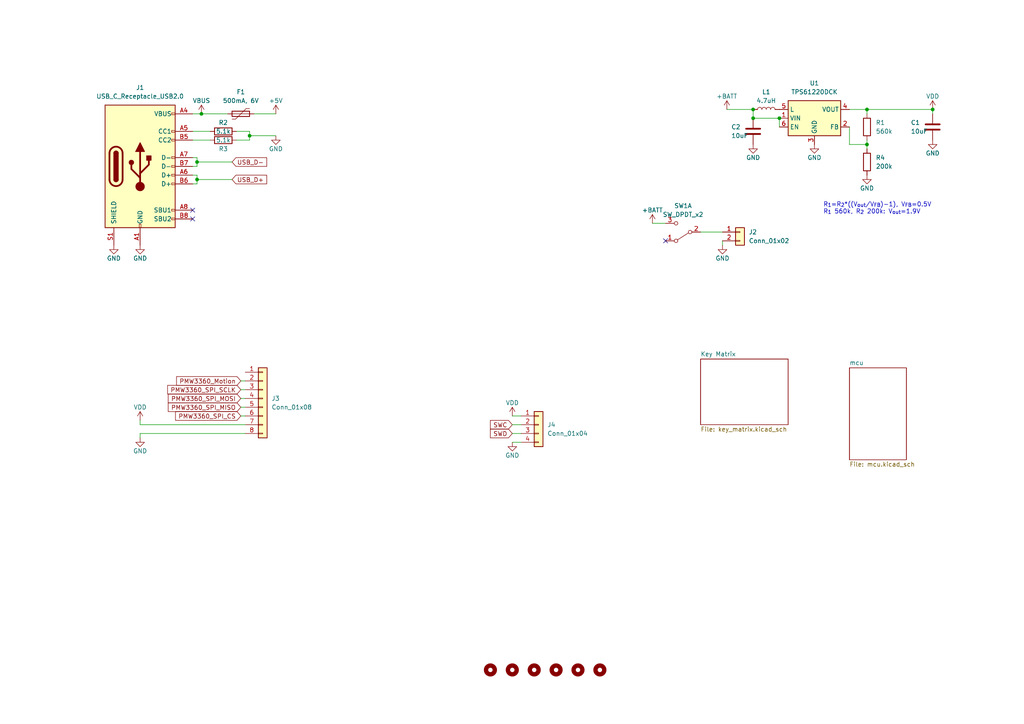
<source format=kicad_sch>
(kicad_sch (version 20230121) (generator eeschema)
  (paper "A4")
  (title_block (title "ErgoSNM Keyboard - Right") (rev "3.0") (company "SideraKB") (comment 1 "MIT License (Open source hardware)") (comment 2 "https://github.com/ziteh/ergo-snm-keyboard"))
  (lib_symbols
    (symbol "Connector:USB_C_Receptacle_USB2.0" (pin_names (offset 1.016))
      (property "Reference" "J" (at -10.16 19.05 0))
      (property "Value" "USB_C_Receptacle_USB2.0" (at 19.05 19.05 0))
      (symbol "USB_C_Receptacle_USB2.0_0_0"
        (rectangle (start -0.254 -17.78) (end 0.254 -16.764))
        (rectangle (start 10.16 -14.986) (end 9.144 -15.494))
        (rectangle (start 10.16 -12.446) (end 9.144 -12.954))
        (rectangle (start 10.16 -4.826) (end 9.144 -5.334))
        (rectangle (start 10.16 -2.286) (end 9.144 -2.794))
        (rectangle (start 10.16 0.254) (end 9.144 -0.254))
        (rectangle (start 10.16 2.794) (end 9.144 2.286))
        (rectangle (start 10.16 7.874) (end 9.144 7.366))
        (rectangle (start 10.16 10.414) (end 9.144 9.906))
        (rectangle (start 10.16 15.494) (end 9.144 14.986))
      )
      (symbol "USB_C_Receptacle_USB2.0_0_1"
        (rectangle (start -10.16 17.78) (end 10.16 -17.78) (stroke (width 0.254)) (fill (type background)))
        (arc (start -8.89 -3.81) (mid -6.985 -5.7067) (end -5.08 -3.81) (stroke (width 0.508)))
        (arc (start -7.62 -3.81) (mid -6.985 -4.4423) (end -6.35 -3.81) (stroke (width 0.254)))
        (arc (start -7.62 -3.81) (mid -6.985 -4.4423) (end -6.35 -3.81) (stroke (width 0.254)) (fill (type outline)))
        (rectangle (start -7.62 -3.81) (end -6.35 3.81) (stroke (width 0.254)) (fill (type outline)))
        (arc (start -6.35 3.81) (mid -6.985 4.4423) (end -7.62 3.81) (stroke (width 0.254)))
        (arc (start -6.35 3.81) (mid -6.985 4.4423) (end -7.62 3.81) (stroke (width 0.254)) (fill (type outline)))
        (arc (start -5.08 3.81) (mid -6.985 5.7067) (end -8.89 3.81) (stroke (width 0.508)))
        (circle (center -2.54 1.143) (radius 0.635) (stroke (width 0.254)) (fill (type outline)))
        (circle (center 0 -5.842) (radius 1.27) (fill (type outline)))
        (polyline (pts (xy -8.89 -3.81) (xy -8.89 3.81)) (stroke (width 0.508)))
        (polyline (pts (xy -5.08 3.81) (xy -5.08 -3.81)) (stroke (width 0.508)))
        (polyline (pts (xy 0 -5.842) (xy 0 4.318)) (stroke (width 0.508)))
        (polyline (pts (xy 0 -3.302) (xy -2.54 -0.762) (xy -2.54 0.508)) (stroke (width 0.508)))
        (polyline (pts (xy 0 -2.032) (xy 2.54 0.508) (xy 2.54 1.778)) (stroke (width 0.508)))
        (polyline (pts (xy -1.27 4.318) (xy 0 6.858) (xy 1.27 4.318) (xy -1.27 4.318)) (stroke (width 0.254)) (fill (type outline)))
        (rectangle (start 1.905 1.778) (end 3.175 3.048) (stroke (width 0.254)) (fill (type outline)))
      )
      (symbol "USB_C_Receptacle_USB2.0_1_1"
        (pin passive line (at 0 -22.86 90) (length 5.08) (name "GND") (number "A1"))
        (pin passive line (at 0 -22.86 90) (length 5.08) hide (name "GND") (number "A12"))
        (pin passive line (at 15.24 15.24 180) (length 5.08) (name "VBUS") (number "A4"))
        (pin bidirectional line (at 15.24 10.16 180) (length 5.08) (name "CC1") (number "A5"))
        (pin bidirectional line (at 15.24 -2.54 180) (length 5.08) (name "D+") (number "A6"))
        (pin bidirectional line (at 15.24 2.54 180) (length 5.08) (name "D-") (number "A7"))
        (pin bidirectional line (at 15.24 -12.7 180) (length 5.08) (name "SBU1") (number "A8"))
        (pin passive line (at 15.24 15.24 180) (length 5.08) hide (name "VBUS") (number "A9"))
        (pin passive line (at 0 -22.86 90) (length 5.08) hide (name "GND") (number "B1"))
        (pin passive line (at 0 -22.86 90) (length 5.08) hide (name "GND") (number "B12"))
        (pin passive line (at 15.24 15.24 180) (length 5.08) hide (name "VBUS") (number "B4"))
        (pin bidirectional line (at 15.24 7.62 180) (length 5.08) (name "CC2") (number "B5"))
        (pin bidirectional line (at 15.24 -5.08 180) (length 5.08) (name "D+") (number "B6"))
        (pin bidirectional line (at 15.24 0 180) (length 5.08) (name "D-") (number "B7"))
        (pin bidirectional line (at 15.24 -15.24 180) (length 5.08) (name "SBU2") (number "B8"))
        (pin passive line (at 15.24 15.24 180) (length 5.08) hide (name "VBUS") (number "B9"))
        (pin passive line (at -7.62 -22.86 90) (length 5.08) (name "SHIELD") (number "S1"))
      )
    )
    (symbol "Connector_Generic:Conn_01x02" (pin_names (offset 1.016) hide)
      (property "Reference" "J" (at 0 2.54 0))
      (property "Value" "Conn_01x02" (at 0 -5.08 0))
      (symbol "Conn_01x02_1_1"
        (rectangle (start -1.27 -2.413) (end 0 -2.667) (stroke (width 0.1524)))
        (rectangle (start -1.27 0.127) (end 0 -0.127) (stroke (width 0.1524)))
        (rectangle (start -1.27 1.27) (end 1.27 -3.81) (stroke (width 0.254)) (fill (type background)))
        (pin passive line (at -5.08 0 0) (length 3.81) (name "Pin_1") (number "1"))
        (pin passive line (at -5.08 -2.54 0) (length 3.81) (name "Pin_2") (number "2"))
      )
    )
    (symbol "Connector_Generic:Conn_01x04" (pin_names (offset 1.016) hide)
      (property "Reference" "J" (at 0 5.08 0))
      (property "Value" "Conn_01x04" (at 0 -7.62 0))
      (symbol "Conn_01x04_1_1"
        (rectangle (start -1.27 -4.953) (end 0 -5.207) (stroke (width 0.1524)))
        (rectangle (start -1.27 -2.413) (end 0 -2.667) (stroke (width 0.1524)))
        (rectangle (start -1.27 0.127) (end 0 -0.127) (stroke (width 0.1524)))
        (rectangle (start -1.27 2.667) (end 0 2.413) (stroke (width 0.1524)))
        (rectangle (start -1.27 3.81) (end 1.27 -6.35) (stroke (width 0.254)) (fill (type background)))
        (pin passive line (at -5.08 2.54 0) (length 3.81) (name "Pin_1") (number "1"))
        (pin passive line (at -5.08 0 0) (length 3.81) (name "Pin_2") (number "2"))
        (pin passive line (at -5.08 -2.54 0) (length 3.81) (name "Pin_3") (number "3"))
        (pin passive line (at -5.08 -5.08 0) (length 3.81) (name "Pin_4") (number "4"))
      )
    )
    (symbol "Connector_Generic:Conn_01x08" (pin_names (offset 1.016) hide)
      (property "Reference" "J" (at 0 10.16 0))
      (property "Value" "Conn_01x08" (at 0 -12.7 0))
      (symbol "Conn_01x08_1_1"
        (rectangle (start -1.27 -10.033) (end 0 -10.287) (stroke (width 0.1524)))
        (rectangle (start -1.27 -7.493) (end 0 -7.747) (stroke (width 0.1524)))
        (rectangle (start -1.27 -4.953) (end 0 -5.207) (stroke (width 0.1524)))
        (rectangle (start -1.27 -2.413) (end 0 -2.667) (stroke (width 0.1524)))
        (rectangle (start -1.27 0.127) (end 0 -0.127) (stroke (width 0.1524)))
        (rectangle (start -1.27 2.667) (end 0 2.413) (stroke (width 0.1524)))
        (rectangle (start -1.27 5.207) (end 0 4.953) (stroke (width 0.1524)))
        (rectangle (start -1.27 7.747) (end 0 7.493) (stroke (width 0.1524)))
        (rectangle (start -1.27 8.89) (end 1.27 -11.43) (stroke (width 0.254)) (fill (type background)))
        (pin passive line (at -5.08 7.62 0) (length 3.81) (name "Pin_1") (number "1"))
        (pin passive line (at -5.08 5.08 0) (length 3.81) (name "Pin_2") (number "2"))
        (pin passive line (at -5.08 2.54 0) (length 3.81) (name "Pin_3") (number "3"))
        (pin passive line (at -5.08 0 0) (length 3.81) (name "Pin_4") (number "4"))
        (pin passive line (at -5.08 -2.54 0) (length 3.81) (name "Pin_5") (number "5"))
        (pin passive line (at -5.08 -5.08 0) (length 3.81) (name "Pin_6") (number "6"))
        (pin passive line (at -5.08 -7.62 0) (length 3.81) (name "Pin_7") (number "7"))
        (pin passive line (at -5.08 -10.16 0) (length 3.81) (name "Pin_8") (number "8"))
      )
    )
    (symbol "Device:C" (pin_numbers hide) (pin_names (offset 0.254))
      (property "Reference" "C" (at 0.635 2.54 0))
      (property "Value" "C" (at 0.635 -2.54 0))
      (symbol "C_0_1"
        (polyline (pts (xy -2.032 -0.762) (xy 2.032 -0.762)) (stroke (width 0.508)))
        (polyline (pts (xy -2.032 0.762) (xy 2.032 0.762)) (stroke (width 0.508)))
      )
      (symbol "C_1_1"
        (pin passive line (at 0 3.81 270) (length 2.794) (name "~") (number "1"))
        (pin passive line (at 0 -3.81 90) (length 2.794) (name "~") (number "2"))
      )
    )
    (symbol "Device:L" (pin_numbers hide) (pin_names (offset 1.016) hide)
      (property "Reference" "L" (at -1.27 0 90))
      (property "Value" "L" (at 1.905 0 90))
      (symbol "L_0_1"
        (arc (start 0 -2.54) (mid 0.6323 -1.905) (end 0 -1.27))
        (arc (start 0 -1.27) (mid 0.6323 -0.635) (end 0 0))
        (arc (start 0 0) (mid 0.6323 0.635) (end 0 1.27))
        (arc (start 0 1.27) (mid 0.6323 1.905) (end 0 2.54))
      )
      (symbol "L_1_1"
        (pin passive line (at 0 3.81 270) (length 1.27) (name "1") (number "1"))
        (pin passive line (at 0 -3.81 90) (length 1.27) (name "2") (number "2"))
      )
    )
    (symbol "Device:Polyfuse" (pin_numbers hide) (pin_names (offset 0))
      (property "Reference" "F" (at -2.54 0 90))
      (property "Value" "Polyfuse" (at 2.54 0 90))
      (symbol "Polyfuse_0_1"
        (rectangle (start -0.762 2.54) (end 0.762 -2.54) (stroke (width 0.254)))
        (polyline (pts (xy 0 2.54) (xy 0 -2.54)))
        (polyline (pts (xy -1.524 2.54) (xy -1.524 1.524) (xy 1.524 -1.524) (xy 1.524 -2.54)))
      )
      (symbol "Polyfuse_1_1"
        (pin passive line (at 0 3.81 270) (length 1.27) (name "~") (number "1"))
        (pin passive line (at 0 -3.81 90) (length 1.27) (name "~") (number "2"))
      )
    )
    (symbol "Device:R" (pin_numbers hide) (pin_names (offset 0))
      (property "Reference" "R" (at 2.032 0 90))
      (property "Value" "R" (at 0 0 90))
      (symbol "R_0_1"
        (rectangle (start -1.016 -2.54) (end 1.016 2.54) (stroke (width 0.254)))
      )
      (symbol "R_1_1"
        (pin passive line (at 0 3.81 270) (length 1.27) (name "~") (number "1"))
        (pin passive line (at 0 -3.81 90) (length 1.27) (name "~") (number "2"))
      )
    )
    (symbol "Mechanical:MountingHole" (pin_names (offset 1.016))
      (property "Reference" "H" (at 0 5.08 0))
      (property "Value" "MountingHole" (at 0 3.175 0))
      (symbol "MountingHole_0_1"
        (circle (center 0 0) (radius 1.27) (stroke (width 1.27)))
      )
    )
    (symbol "Regulator_Switching:TPS61220DCK"
      (property "Reference" "U" (at -7.62 6.35 0))
      (property "Value" "TPS61220DCK" (at 2.54 6.35 0))
      (symbol "TPS61220DCK_0_1"
        (rectangle (start -7.62 5.08) (end 7.62 -5.08) (stroke (width 0.254)) (fill (type background)))
      )
      (symbol "TPS61220DCK_1_1"
        (pin power_in line (at -10.16 0 0) (length 2.54) (name "VIN") (number "1"))
        (pin input line (at 10.16 -2.54 180) (length 2.54) (name "FB") (number "2"))
        (pin power_in line (at 0 -7.62 90) (length 2.54) (name "GND") (number "3"))
        (pin power_out line (at 10.16 2.54 180) (length 2.54) (name "VOUT") (number "4"))
        (pin power_in line (at -10.16 2.54 0) (length 2.54) (name "L") (number "5"))
        (pin input line (at -10.16 -2.54 0) (length 2.54) (name "EN") (number "6"))
      )
    )
    (symbol "Switch:SW_DPDT_x2" (pin_names (offset 0) hide)
      (property "Reference" "SW" (at 0 4.318 0))
      (property "Value" "SW_DPDT_x2" (at 0 -5.08 0))
      (symbol "SW_DPDT_x2_0_0"
        (circle (center -2.032 0) (radius 0.508))
        (circle (center 2.032 -2.54) (radius 0.508))
      )
      (symbol "SW_DPDT_x2_0_1"
        (polyline (pts (xy -1.524 0.254) (xy 1.651 2.286)))
        (circle (center 2.032 2.54) (radius 0.508))
      )
      (symbol "SW_DPDT_x2_1_1"
        (pin passive line (at 5.08 2.54 180) (length 2.54) (name "A") (number "1"))
        (pin passive line (at -5.08 0 0) (length 2.54) (name "B") (number "2"))
        (pin passive line (at 5.08 -2.54 180) (length 2.54) (name "C") (number "3"))
      )
      (symbol "SW_DPDT_x2_2_1"
        (pin passive line (at 5.08 2.54 180) (length 2.54) (name "A") (number "4"))
        (pin passive line (at -5.08 0 0) (length 2.54) (name "B") (number "5"))
        (pin passive line (at 5.08 -2.54 180) (length 2.54) (name "C") (number "6"))
      )
    )
    (symbol "power:+5V" (power) (pin_names (offset 0))
      (property "Value" "+5V" (at 0 3.556 0))
      (symbol "+5V_0_1"
        (polyline (pts (xy -0.762 1.27) (xy 0 2.54)))
        (polyline (pts (xy 0 0) (xy 0 2.54)))
        (polyline (pts (xy 0 2.54) (xy 0.762 1.27)))
      )
      (symbol "+5V_1_1"
        (pin power_in line (at 0 0 90) (length 0) hide (name "+5V") (number "1"))
      )
    )
    (symbol "power:+BATT" (power) (pin_names (offset 0))
      (property "Value" "+BATT" (at 0 3.556 0))
      (symbol "+BATT_0_1"
        (polyline (pts (xy -0.762 1.27) (xy 0 2.54)))
        (polyline (pts (xy 0 0) (xy 0 2.54)))
        (polyline (pts (xy 0 2.54) (xy 0.762 1.27)))
      )
      (symbol "+BATT_1_1"
        (pin power_in line (at 0 0 90) (length 0) hide (name "+BATT") (number "1"))
      )
    )
    (symbol "power:GND" (power) (pin_names (offset 0))
      (property "Value" "GND" (at 0 -3.81 0))
      (symbol "GND_0_1"
        (polyline (pts (xy 0 0) (xy 0 -1.27) (xy 1.27 -1.27) (xy 0 -2.54) (xy -1.27 -1.27) (xy 0 -1.27)))
      )
      (symbol "GND_1_1"
        (pin power_in line (at 0 0 270) (length 0) hide (name "GND") (number "1"))
      )
    )
    (symbol "power:VBUS" (power) (pin_names (offset 0))
      (property "Value" "VBUS" (at 0 3.81 0))
      (symbol "VBUS_0_1"
        (polyline (pts (xy -0.762 1.27) (xy 0 2.54)))
        (polyline (pts (xy 0 0) (xy 0 2.54)))
        (polyline (pts (xy 0 2.54) (xy 0.762 1.27)))
      )
      (symbol "VBUS_1_1"
        (pin power_in line (at 0 0 90) (length 0) hide (name "VBUS") (number "1"))
      )
    )
    (symbol "power:VDD" (power) (pin_names (offset 0))
      (property "Value" "VDD" (at 0 3.81 0))
      (symbol "VDD_0_1"
        (polyline (pts (xy -0.762 1.27) (xy 0 2.54)))
        (polyline (pts (xy 0 0) (xy 0 2.54)))
        (polyline (pts (xy 0 2.54) (xy 0.762 1.27)))
      )
      (symbol "VDD_1_1"
        (pin power_in line (at 0 0 90) (length 0) hide (name "VDD") (number "1"))
      )
    )
  )
  (junction (at 58.42 33.02))
  (junction (at 251.46 31.75))
  (junction (at 226.06 34.29))
  (junction (at 57.15 52.07))
  (junction (at 72.39 39.37))
  (junction (at 57.15 46.99))
  (junction (at 218.44 31.75))
  (junction (at 251.46 41.91))
  (junction (at 270.51 31.75))
  (junction (at 218.44 34.29))
  (no_connect (at 193.04 69.85))
  (no_connect (at 55.88 60.96))
  (no_connect (at 55.88 63.5))
  (wire (pts (xy 226.06 34.29) (xy 226.06 36.83)))
  (wire (pts (xy 218.44 31.75) (xy 218.44 34.29)))
  (wire (pts (xy 210.82 31.75) (xy 218.44 31.75)))
  (wire (pts (xy 55.88 53.34) (xy 57.15 53.34)))
  (wire (pts (xy 246.38 41.91) (xy 251.46 41.91)))
  (wire (pts (xy 71.12 113.03) (xy 69.85 113.03)))
  (wire (pts (xy 270.51 31.75) (xy 251.46 31.75)))
  (wire (pts (xy 148.59 128.27) (xy 151.13 128.27)))
  (wire (pts (xy 72.39 38.1) (xy 72.39 39.37)))
  (wire (pts (xy 57.15 46.99) (xy 57.15 48.26)))
  (wire (pts (xy 72.39 40.64) (xy 68.58 40.64)))
  (wire (pts (xy 66.04 33.02) (xy 58.42 33.02)))
  (wire (pts (xy 72.39 39.37) (xy 72.39 40.64)))
  (wire (pts (xy 55.88 50.8) (xy 57.15 50.8)))
  (wire (pts (xy 71.12 120.65) (xy 69.85 120.65)))
  (wire (pts (xy 203.2 67.31) (xy 209.55 67.31)))
  (wire (pts (xy 218.44 34.29) (xy 226.06 34.29)))
  (wire (pts (xy 55.88 33.02) (xy 58.42 33.02)))
  (wire (pts (xy 270.51 33.02) (xy 270.51 31.75)))
  (wire (pts (xy 72.39 38.1) (xy 68.58 38.1)))
  (wire (pts (xy 57.15 50.8) (xy 57.15 52.07)))
  (wire (pts (xy 40.64 125.73) (xy 71.12 125.73)))
  (wire (pts (xy 57.15 48.26) (xy 55.88 48.26)))
  (wire (pts (xy 193.04 64.77) (xy 189.23 64.77)))
  (wire (pts (xy 246.38 31.75) (xy 251.46 31.75)))
  (wire (pts (xy 57.15 52.07) (xy 57.15 53.34)))
  (wire (pts (xy 69.85 110.49) (xy 71.12 110.49)))
  (wire (pts (xy 251.46 41.91) (xy 251.46 40.64)))
  (wire (pts (xy 71.12 115.57) (xy 69.85 115.57)))
  (wire (pts (xy 148.59 125.73) (xy 151.13 125.73)))
  (wire (pts (xy 40.64 121.92) (xy 40.64 123.19)))
  (wire (pts (xy 71.12 118.11) (xy 69.85 118.11)))
  (wire (pts (xy 251.46 43.18) (xy 251.46 41.91)))
  (wire (pts (xy 246.38 41.91) (xy 246.38 36.83)))
  (wire (pts (xy 60.96 38.1) (xy 55.88 38.1)))
  (wire (pts (xy 148.59 123.19) (xy 151.13 123.19)))
  (wire (pts (xy 251.46 33.02) (xy 251.46 31.75)))
  (wire (pts (xy 55.88 40.64) (xy 60.96 40.64)))
  (wire (pts (xy 57.15 52.07) (xy 67.31 52.07)))
  (wire (pts (xy 40.64 127) (xy 40.64 125.73)))
  (wire (pts (xy 57.15 46.99) (xy 67.31 46.99)))
  (wire (pts (xy 40.64 123.19) (xy 71.12 123.19)))
  (wire (pts (xy 209.55 69.85) (xy 209.55 71.12)))
  (wire (pts (xy 80.01 33.02) (xy 73.66 33.02)))
  (wire (pts (xy 55.88 45.72) (xy 57.15 45.72)))
  (wire (pts (xy 72.39 39.37) (xy 80.01 39.37)))
  (wire (pts (xy 57.15 45.72) (xy 57.15 46.99)))
  (wire (pts (xy 148.59 120.65) (xy 151.13 120.65)))
  (text "R_{1}=R_{2}*((V_{out}/V_{FB})-1), V_{FB}=0.5V\nR_{1} 560k, R_{2} 200k: V_{out}=1.9V" (at 238.76 62.23 0) (effects (font (size 1.27 1.27)) (justify left bottom)))
  (global_label "PMW3360_SPI_SCLK" (shape input) (at 69.85 113.03 180) (property "Intersheetrefs" "${INTERSHEET_REFS}" (effects hide)))
  (global_label "PMW3360_SPI_MOSI" (shape input) (at 69.85 115.57 180) (property "Intersheetrefs" "${INTERSHEET_REFS}" (effects hide)))
  (global_label "SWC" (shape input) (at 148.59 123.19 180) (property "Intersheetrefs" "${INTERSHEET_REFS}" (effects hide)))
  (global_label "USB_D+" (shape input) (at 67.31 52.07 0) (property "Intersheetrefs" "${INTERSHEET_REFS}" (effects hide)))
  (global_label "PMW3360_Motion" (shape input) (at 69.85 110.49 180) (property "Intersheetrefs" "${INTERSHEET_REFS}" (effects hide)))
  (global_label "PMW3360_SPI_MISO" (shape input) (at 69.85 118.11 180) (property "Intersheetrefs" "${INTERSHEET_REFS}" (effects hide)))
  (global_label "PMW3360_SPI_CS" (shape input) (at 69.85 120.65 180) (property "Intersheetrefs" "${INTERSHEET_REFS}" (effects hide)))
  (global_label "SWD" (shape input) (at 148.59 125.73 180) (property "Intersheetrefs" "${INTERSHEET_REFS}" (effects hide)))
  (global_label "USB_D-" (shape input) (at 67.31 46.99 0) (property "Intersheetrefs" "${INTERSHEET_REFS}" (effects hide)))
  (symbol (lib_id "Switch:SW_DPDT_x2") (at 198.12 67.31 180) (unit 1)
    (property "Reference" "SW1" (at 198.12 59.69 0))
    (property "Value" "SW_DPDT_x2" (at 198.12 62.23 0))
    (property "Footprint" "ErgoSNM_Keyboard:MSKT-22D14-T" (effects hide))
  )
  (symbol (lib_id "Device:R") (at 64.77 38.1 90) (unit 1)
    (property "Reference" "R2" (at 64.77 35.56 90))
    (property "Value" "5.1k" (at 64.77 38.1 90))
    (property "Footprint" "Resistor_SMD:R_0603_1608Metric" (effects hide))
    (property "MFR. Part #" "0402WGF5101TCE" (effects hide))
    (property "LCSC" "C25905" (effects hide))
  )
  (symbol (lib_id "power:VDD") (at 40.64 121.92 0) (unit 1)
    (property "Reference" "#PWR015" (effects hide))
    (property "Value" "VDD" (at 40.64 118.11 0))
  )
  (symbol (lib_id "Mechanical:MountingHole") (at 161.29 194.31 0) (unit 1) (in_bom no)
    (property "Reference" "H4" (effects hide))
    (property "Value" "MountingHole" (effects hide))
    (property "Footprint" "MountingHole:MountingHole_2.2mm_M2" (effects hide))
  )
  (symbol (lib_id "power:VBUS") (at 58.42 33.02 0) (unit 1)
    (property "Reference" "#PWR03" (effects hide))
    (property "Value" "VBUS" (at 58.42 29.21 0))
  )
  (symbol (lib_id "Regulator_Switching:TPS61220DCK") (at 236.22 34.29 0) (unit 1)
    (property "Reference" "U1" (at 236.22 24.13 0))
    (property "Value" "TPS61220DCK" (at 236.22 26.67 0))
    (property "Footprint" "Package_TO_SOT_SMD:Texas_R-PDSO-G6" (effects hide))
    (property "Datasheet" "http://www.ti.com/lit/ds/symlink/tps61220.pdf" (effects hide))
  )
  (symbol (lib_id "Mechanical:MountingHole") (at 154.94 194.31 0) (unit 1) (in_bom no)
    (property "Reference" "H3" (effects hide))
    (property "Value" "MountingHole" (effects hide))
    (property "Footprint" "MountingHole:MountingHole_2.2mm_M2" (effects hide))
  )
  (symbol (lib_id "Connector:USB_C_Receptacle_USB2.0") (at 40.64 48.26 0) (unit 1)
    (property "Reference" "J1" (at 40.64 25.4 0))
    (property "Value" "USB_C_Receptacle_USB2.0" (at 40.64 27.94 0))
    (property "Footprint" "Connector_USB:USB_C_Receptacle_HRO_TYPE-C-31-M-12" (effects hide))
    (property "Datasheet" "https://www.usb.org/sites/default/files/documents/usb_type-c.zip" (effects hide))
    (property "MFR. Part #" "TYPE-C-31-M-12" (effects hide))
    (property "LCSC" "C165948" (effects hide))
  )
  (symbol (lib_id "Device:R") (at 251.46 36.83 0) (unit 1)
    (property "Reference" "R1" (at 254 35.56 0) (effects (justify left)))
    (property "Value" "560k" (at 254 38.1 0) (effects (justify left)))
    (property "Footprint" "Resistor_SMD:R_0603_1608Metric" (effects hide))
    (property "MFR. Part #" "0402WGF1002TCE " (effects hide))
    (property "LCSC" "C25744" (effects hide))
  )
  (symbol (lib_id "Device:C") (at 218.44 38.1 0) (unit 1)
    (property "Reference" "C2" (at 212.09 36.83 0) (effects (justify left)))
    (property "Value" "10uF" (at 212.09 39.37 0) (effects (justify left)))
    (property "Footprint" "Capacitor_SMD:C_0603_1608Metric" (effects hide))
    (property "MFR. Part #" "CL05A105KA5NQNC" (effects hide))
    (property "LCSC" "C52923" (effects hide))
  )
  (symbol (lib_id "Device:R") (at 251.46 46.99 0) (unit 1)
    (property "Reference" "R4" (at 254 45.72 0) (effects (justify left)))
    (property "Value" "200k" (at 254 48.26 0) (effects (justify left)))
    (property "Footprint" "Resistor_SMD:R_0603_1608Metric" (effects hide))
    (property "MFR. Part #" "0402WGF1002TCE " (effects hide))
    (property "LCSC" "C25744" (effects hide))
  )
  (symbol (lib_id "Mechanical:MountingHole") (at 148.59 194.31 0) (unit 1) (in_bom no)
    (property "Reference" "H2" (effects hide))
    (property "Value" "MountingHole" (effects hide))
    (property "Footprint" "MountingHole:MountingHole_2.2mm_M2" (effects hide))
  )
  (symbol (lib_id "Connector_Generic:Conn_01x02") (at 214.63 67.31 0) (unit 1)
    (property "Reference" "J2" (at 217.17 67.31 0) (effects (justify left)))
    (property "Value" "Conn_01x02" (at 217.17 69.85 0) (effects (justify left)))
    (property "Footprint" "Connector_PinHeader_2.54mm:PinHeader_1x02_P2.54mm_Vertical" (effects hide))
  )
  (symbol (lib_id "Connector_Generic:Conn_01x04") (at 156.21 123.19 0) (unit 1)
    (property "Reference" "J4" (at 158.75 123.19 0) (effects (justify left)))
    (property "Value" "Conn_01x04" (at 158.75 125.73 0) (effects (justify left)))
    (property "Footprint" "Connector_PinHeader_2.54mm:PinHeader_1x04_P2.54mm_Vertical" (effects hide))
  )
  (symbol (lib_id "power:+BATT") (at 189.23 64.77 0) (unit 1)
    (property "Reference" "#PWR010" (effects hide))
    (property "Value" "+BATT" (at 189.23 60.96 0))
  )
  (symbol (lib_id "Device:Polyfuse") (at 69.85 33.02 90) (unit 1)
    (property "Reference" "F1" (at 69.85 26.67 90))
    (property "Value" "500mA, 6V" (at 69.85 29.21 90))
    (property "Footprint" "Fuse:Fuse_0805_2012Metric" (effects hide))
    (property "MFR. Part #" "SMD0805B050TF" (effects hide))
    (property "LCSC" "C269104" (effects hide))
  )
  (symbol (lib_id "power:GND") (at 236.22 41.91 0) (unit 1)
    (property "Reference" "#PWR08" (effects hide))
    (property "Value" "GND" (at 236.22 45.72 0))
  )
  (symbol (lib_id "power:GND") (at 270.51 40.64 0) (unit 1)
    (property "Reference" "#PWR06" (effects hide))
    (property "Value" "GND" (at 270.51 44.45 0))
  )
  (symbol (lib_id "Device:C") (at 270.51 36.83 0) (unit 1)
    (property "Reference" "C1" (at 264.16 35.56 0) (effects (justify left)))
    (property "Value" "10uF" (at 264.16 38.1 0) (effects (justify left)))
    (property "Footprint" "Capacitor_SMD:C_0603_1608Metric" (effects hide))
    (property "MFR. Part #" "CL05A105KA5NQNC" (effects hide))
    (property "LCSC" "C52923" (effects hide))
  )
  (symbol (lib_id "Mechanical:MountingHole") (at 167.64 194.31 0) (unit 1) (in_bom no)
    (property "Reference" "H5" (effects hide))
    (property "Value" "MountingHole" (effects hide))
    (property "Footprint" "MountingHole:MountingHole_2.2mm_M2" (effects hide))
  )
  (symbol (lib_id "power:GND") (at 40.64 127 0) (unit 1)
    (property "Reference" "#PWR016" (effects hide))
    (property "Value" "GND" (at 40.64 130.81 0))
  )
  (symbol (lib_id "power:GND") (at 218.44 41.91 0) (unit 1)
    (property "Reference" "#PWR07" (effects hide))
    (property "Value" "GND" (at 218.44 45.72 0))
  )
  (symbol (lib_id "Mechanical:MountingHole") (at 142.24 194.31 0) (unit 1) (in_bom no)
    (property "Reference" "H1" (effects hide))
    (property "Value" "MountingHole" (effects hide))
    (property "Footprint" "MountingHole:MountingHole_2.2mm_M2" (effects hide))
  )
  (symbol (lib_id "Device:L") (at 222.25 31.75 90) (unit 1)
    (property "Reference" "L1" (at 222.25 26.67 90))
    (property "Value" "4.7uH" (at 222.25 29.21 90))
    (property "Footprint" "Inductor_SMD:L_Changjiang_FNR4030S" (effects hide))
  )
  (symbol (lib_id "power:GND") (at 33.02 71.12 0) (unit 1)
    (property "Reference" "#PWR011" (effects hide))
    (property "Value" "GND" (at 33.02 74.93 0))
  )
  (symbol (lib_id "power:+BATT") (at 210.82 31.75 0) (unit 1)
    (property "Reference" "#PWR01" (effects hide))
    (property "Value" "+BATT" (at 210.82 27.94 0))
  )
  (symbol (lib_id "power:VDD") (at 270.51 31.75 0) (unit 1)
    (property "Reference" "#PWR02" (effects hide))
    (property "Value" "VDD" (at 270.51 27.94 0))
  )
  (symbol (lib_id "power:GND") (at 209.55 71.12 0) (unit 1)
    (property "Reference" "#PWR013" (effects hide))
    (property "Value" "GND" (at 209.55 74.93 0))
  )
  (symbol (lib_id "power:GND") (at 80.01 39.37 0) (unit 1)
    (property "Reference" "#PWR05" (effects hide))
    (property "Value" "GND" (at 80.01 43.18 0))
  )
  (symbol (lib_id "Device:R") (at 64.77 40.64 90) (unit 1)
    (property "Reference" "R3" (at 64.77 43.18 90))
    (property "Value" "5.1k" (at 64.77 40.64 90))
    (property "Footprint" "Resistor_SMD:R_0603_1608Metric" (effects hide))
    (property "MFR. Part #" "0402WGF5101TCE" (effects hide))
    (property "LCSC" "C25905" (effects hide))
  )
  (symbol (lib_id "power:VDD") (at 148.59 120.65 0) (unit 1)
    (property "Reference" "#PWR014" (effects hide))
    (property "Value" "VDD" (at 148.59 116.84 0))
  )
  (symbol (lib_id "power:+5V") (at 80.01 33.02 0) (unit 1)
    (property "Reference" "#PWR04" (effects hide))
    (property "Value" "+5V" (at 80.01 29.21 0))
  )
  (symbol (lib_id "Connector_Generic:Conn_01x08") (at 76.2 115.57 0) (unit 1)
    (property "Reference" "J3" (at 78.74 115.5699 0) (effects (justify left)))
    (property "Value" "Conn_01x08" (at 78.74 118.1099 0) (effects (justify left)))
    (property "Footprint" "ErgoSNM_Keyboard:FPC_8P_0.5mm_AFC01-S08FCA-00" (effects hide))
    (property "LCSC" "C2856797" (effects hide))
    (property "MFR. Part #" "FPC-05F-8PH20" (effects hide))
  )
  (symbol (lib_id "power:GND") (at 40.64 71.12 0) (unit 1)
    (property "Reference" "#PWR012" (effects hide))
    (property "Value" "GND" (at 40.64 74.93 0))
  )
  (symbol (lib_id "power:GND") (at 148.59 128.27 0) (unit 1)
    (property "Reference" "#PWR017" (effects hide))
    (property "Value" "GND" (at 148.59 132.08 0))
  )
  (symbol (lib_id "power:GND") (at 251.46 50.8 0) (unit 1)
    (property "Reference" "#PWR09" (effects hide))
    (property "Value" "GND" (at 251.46 54.61 0))
  )
  (symbol (lib_id "Mechanical:MountingHole") (at 173.99 194.31 0) (unit 1) (in_bom no)
    (property "Reference" "H6" (effects hide))
    (property "Value" "MountingHole" (effects hide))
    (property "Footprint" "MountingHole:MountingHole_2.2mm_M2" (effects hide))
  )
  (sheet (at 203.2 104.14) (size 25.4 19.05) (stroke (width 0.1524))
    (property "Sheetname" "Key Matrix" (at 203.2 103.4284 0) (effects (justify left bottom)))
    (property "Sheetfile" "key_matrix.kicad_sch" (at 203.2 123.7746 0) (effects (justify left top)))
  )
  (sheet (at 246.38 106.68) (size 16.51 26.67) (stroke (width 0.1524))
    (property "Sheetname" "mcu" (at 246.38 105.9684 0) (effects (justify left bottom)))
    (property "Sheetfile" "mcu.kicad_sch" (at 246.38 133.9346 0) (effects (justify left top)))
  )
)
</source>
